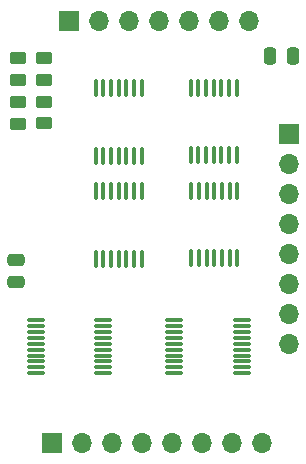
<source format=gbr>
%TF.GenerationSoftware,KiCad,Pcbnew,(6.0.0-0)*%
%TF.CreationDate,2022-01-16T21:32:14-05:00*%
%TF.ProjectId,Shifter-v6,53686966-7465-4722-9d76-362e6b696361,rev?*%
%TF.SameCoordinates,Original*%
%TF.FileFunction,Soldermask,Top*%
%TF.FilePolarity,Negative*%
%FSLAX46Y46*%
G04 Gerber Fmt 4.6, Leading zero omitted, Abs format (unit mm)*
G04 Created by KiCad (PCBNEW (6.0.0-0)) date 2022-01-16 21:32:14*
%MOMM*%
%LPD*%
G01*
G04 APERTURE LIST*
G04 Aperture macros list*
%AMRoundRect*
0 Rectangle with rounded corners*
0 $1 Rounding radius*
0 $2 $3 $4 $5 $6 $7 $8 $9 X,Y pos of 4 corners*
0 Add a 4 corners polygon primitive as box body*
4,1,4,$2,$3,$4,$5,$6,$7,$8,$9,$2,$3,0*
0 Add four circle primitives for the rounded corners*
1,1,$1+$1,$2,$3*
1,1,$1+$1,$4,$5*
1,1,$1+$1,$6,$7*
1,1,$1+$1,$8,$9*
0 Add four rect primitives between the rounded corners*
20,1,$1+$1,$2,$3,$4,$5,0*
20,1,$1+$1,$4,$5,$6,$7,0*
20,1,$1+$1,$6,$7,$8,$9,0*
20,1,$1+$1,$8,$9,$2,$3,0*%
G04 Aperture macros list end*
%ADD10RoundRect,0.250000X-0.475000X0.250000X-0.475000X-0.250000X0.475000X-0.250000X0.475000X0.250000X0*%
%ADD11RoundRect,0.250000X-0.250000X-0.475000X0.250000X-0.475000X0.250000X0.475000X-0.250000X0.475000X0*%
%ADD12RoundRect,0.250000X-0.450000X0.262500X-0.450000X-0.262500X0.450000X-0.262500X0.450000X0.262500X0*%
%ADD13RoundRect,0.075000X-0.662500X-0.075000X0.662500X-0.075000X0.662500X0.075000X-0.662500X0.075000X0*%
%ADD14RoundRect,0.075000X0.662500X0.075000X-0.662500X0.075000X-0.662500X-0.075000X0.662500X-0.075000X0*%
%ADD15RoundRect,0.100000X0.100000X-0.637500X0.100000X0.637500X-0.100000X0.637500X-0.100000X-0.637500X0*%
%ADD16R,1.700000X1.700000*%
%ADD17O,1.700000X1.700000*%
G04 APERTURE END LIST*
D10*
%TO.C,C2*%
X161550000Y-85600000D03*
X161550000Y-87500000D03*
%TD*%
D11*
%TO.C,C1*%
X185000000Y-68300000D03*
X183100000Y-68300000D03*
%TD*%
D12*
%TO.C,R13*%
X163900000Y-72225000D03*
X163900000Y-74050000D03*
%TD*%
%TO.C,R12*%
X161700000Y-68537500D03*
X161700000Y-70362500D03*
%TD*%
%TO.C,R11*%
X163900000Y-68525000D03*
X163900000Y-70350000D03*
%TD*%
%TO.C,R10*%
X161700000Y-72237500D03*
X161700000Y-74062500D03*
%TD*%
D13*
%TO.C,U6*%
X180662500Y-90700000D03*
X180662500Y-91200000D03*
X180662500Y-91700000D03*
X180662500Y-92200000D03*
X180662500Y-92700000D03*
X180662500Y-93200000D03*
X180662500Y-93700000D03*
X180662500Y-94200000D03*
X180662500Y-94700000D03*
X180662500Y-95200000D03*
X174937500Y-95200000D03*
X174937500Y-94700000D03*
X174937500Y-94200000D03*
X174937500Y-93700000D03*
X174937500Y-93200000D03*
X174937500Y-92700000D03*
X174937500Y-92200000D03*
X174937500Y-91700000D03*
X174937500Y-91200000D03*
X174937500Y-90700000D03*
%TD*%
D14*
%TO.C,U5*%
X168962500Y-95200000D03*
X168962500Y-94700000D03*
X168962500Y-94200000D03*
X168962500Y-93700000D03*
X168962500Y-93200000D03*
X168962500Y-92700000D03*
X168962500Y-92200000D03*
X168962500Y-91700000D03*
X168962500Y-91200000D03*
X168962500Y-90700000D03*
X163237500Y-90700000D03*
X163237500Y-91200000D03*
X163237500Y-91700000D03*
X163237500Y-92200000D03*
X163237500Y-92700000D03*
X163237500Y-93200000D03*
X163237500Y-93700000D03*
X163237500Y-94200000D03*
X163237500Y-94700000D03*
X163237500Y-95200000D03*
%TD*%
D15*
%TO.C,U4*%
X176350000Y-71037500D03*
X177000000Y-71037500D03*
X177650000Y-71037500D03*
X178300000Y-71037500D03*
X178950000Y-71037500D03*
X179600000Y-71037500D03*
X180250000Y-71037500D03*
X180250000Y-76762500D03*
X179600000Y-76762500D03*
X178950000Y-76762500D03*
X178300000Y-76762500D03*
X177650000Y-76762500D03*
X177000000Y-76762500D03*
X176350000Y-76762500D03*
%TD*%
%TO.C,U3*%
X176400000Y-79737500D03*
X177050000Y-79737500D03*
X177700000Y-79737500D03*
X178350000Y-79737500D03*
X179000000Y-79737500D03*
X179650000Y-79737500D03*
X180300000Y-79737500D03*
X180300000Y-85462500D03*
X179650000Y-85462500D03*
X179000000Y-85462500D03*
X178350000Y-85462500D03*
X177700000Y-85462500D03*
X177050000Y-85462500D03*
X176400000Y-85462500D03*
%TD*%
%TO.C,U2*%
X168300000Y-85512500D03*
X168950000Y-85512500D03*
X169600000Y-85512500D03*
X170250000Y-85512500D03*
X170900000Y-85512500D03*
X171550000Y-85512500D03*
X172200000Y-85512500D03*
X172200000Y-79787500D03*
X171550000Y-79787500D03*
X170900000Y-79787500D03*
X170250000Y-79787500D03*
X169600000Y-79787500D03*
X168950000Y-79787500D03*
X168300000Y-79787500D03*
%TD*%
%TO.C,U1*%
X168300000Y-76812500D03*
X168950000Y-76812500D03*
X169600000Y-76812500D03*
X170250000Y-76812500D03*
X170900000Y-76812500D03*
X171550000Y-76812500D03*
X172200000Y-76812500D03*
X172200000Y-71087500D03*
X171550000Y-71087500D03*
X170900000Y-71087500D03*
X170250000Y-71087500D03*
X169600000Y-71087500D03*
X168950000Y-71087500D03*
X168300000Y-71087500D03*
%TD*%
D16*
%TO.C,J3*%
X166075000Y-65400000D03*
D17*
X168615000Y-65400000D03*
X171155000Y-65400000D03*
X173695000Y-65400000D03*
X176235000Y-65400000D03*
X178775000Y-65400000D03*
X181315000Y-65400000D03*
%TD*%
D16*
%TO.C,J2*%
X164630000Y-101100000D03*
D17*
X167170000Y-101100000D03*
X169710000Y-101100000D03*
X172250000Y-101100000D03*
X174790000Y-101100000D03*
X177330000Y-101100000D03*
X179870000Y-101100000D03*
X182410000Y-101100000D03*
%TD*%
D16*
%TO.C,J1*%
X184700000Y-74970000D03*
D17*
X184700000Y-77510000D03*
X184700000Y-80050000D03*
X184700000Y-82590000D03*
X184700000Y-85130000D03*
X184700000Y-87670000D03*
X184700000Y-90210000D03*
X184700000Y-92750000D03*
%TD*%
M02*

</source>
